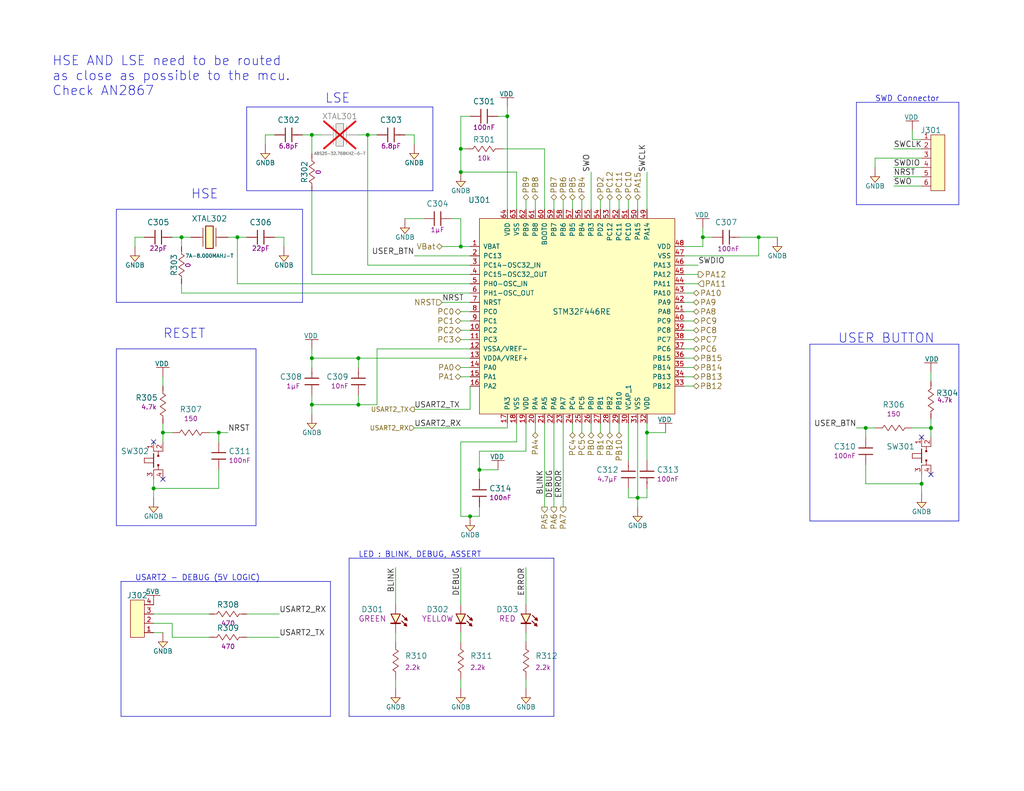
<source format=kicad_sch>
(kicad_sch (version 20231120) (generator "eeschema") (generator_version "8.0")
  (paper "USLetter")
  (title_block (title "MCU") (comment 1 "Gérémy Sauvageau"))
  (junction (at 130.81 128.27))
  (junction (at 236.22 116.84))
  (junction (at 191.77 64.77))
  (junction (at 125.73 40.64))
  (junction (at 138.43 31.75))
  (junction (at 125.73 67.31))
  (junction (at 59.69 118.11))
  (junction (at 41.91 133.35))
  (junction (at 207.01 64.77))
  (junction (at 128.27 140.97))
  (junction (at 97.79 97.79))
  (junction (at 64.77 64.77))
  (junction (at 173.99 135.89))
  (junction (at 49.53 64.77))
  (junction (at 100.33 36.83))
  (junction (at 251.46 132.08))
  (junction (at 85.09 36.83))
  (junction (at 176.53 118.11))
  (junction (at 254 116.84))
  (junction (at 85.09 110.49))
  (junction (at 44.45 118.11))
  (junction (at 125.73 46.99))
  (junction (at 97.79 110.49))
  (junction (at 85.09 97.79))
  (no_connect (at 251.46 119.38))
  (no_connect (at 41.91 120.65))
  (no_connect (at 254 129.54))
  (no_connect (at 44.45 130.81))
  (wire (pts (xy 36.83 67.31) (xy 36.83 64.77)))
  (wire (pts (xy 67.31 167.64) (xy 76.2 167.64)))
  (wire (pts (xy 97.79 110.49) (xy 97.79 107.95)))
  (wire (pts (xy 41.91 133.35) (xy 59.69 133.35)))
  (wire (pts (xy 186.69 102.87) (xy 189.23 102.87)))
  (wire (pts (xy 130.81 123.19) (xy 143.51 123.19)))
  (wire (pts (xy 128.27 85.09) (xy 125.73 85.09)))
  (wire (pts (xy 236.22 127) (xy 236.22 132.08)))
  (wire (pts (xy 251.46 132.08) (xy 251.46 134.62)))
  (wire (pts (xy 186.69 72.39) (xy 190.5 72.39)))
  (wire (pts (xy 49.53 67.31) (xy 49.53 64.77)))
  (wire (pts (xy 110.49 36.83) (xy 113.03 36.83)))
  (wire (pts (xy 85.09 36.83) (xy 87.63 36.83)))
  (wire (pts (xy 158.75 118.11) (xy 158.75 115.57)))
  (wire (pts (xy 97.79 36.83) (xy 100.33 36.83)))
  (wire (pts (xy 233.68 116.84) (xy 236.22 116.84)))
  (wire (pts (xy 201.93 64.77) (xy 207.01 64.77)))
  (wire (pts (xy 85.09 95.25) (xy 85.09 97.79)))
  (wire (pts (xy 176.53 135.89) (xy 173.99 135.89)))
  (wire (pts (xy 148.59 115.57) (xy 148.59 138.43)))
  (wire (pts (xy 143.51 187.96) (xy 143.51 185.42)))
  (wire (pts (xy 130.81 140.97) (xy 130.81 138.43)))
  (wire (pts (xy 251.46 40.64) (xy 243.84 40.64)))
  (wire (pts (xy 171.45 135.89) (xy 171.45 133.35)))
  (polyline (pts (xy 118.11 29.21) (xy 118.11 52.07)))
  (wire (pts (xy 41.91 133.35) (xy 41.91 135.89)))
  (wire (pts (xy 127 40.64) (xy 125.73 40.64)))
  (wire (pts (xy 236.22 132.08) (xy 251.46 132.08)))
  (wire (pts (xy 143.51 123.19) (xy 143.51 115.57)))
  (wire (pts (xy 186.69 80.01) (xy 189.23 80.01)))
  (wire (pts (xy 120.65 67.31) (xy 125.73 67.31)))
  (wire (pts (xy 186.69 100.33) (xy 189.23 100.33)))
  (wire (pts (xy 176.53 133.35) (xy 176.53 135.89)))
  (wire (pts (xy 151.13 54.61) (xy 151.13 57.15)))
  (polyline (pts (xy 220.98 142.24) (xy 261.62 142.24)))
  (wire (pts (xy 146.05 118.11) (xy 146.05 115.57)))
  (wire (pts (xy 49.53 80.01) (xy 128.27 80.01)))
  (wire (pts (xy 128.27 111.76) (xy 128.27 105.41)))
  (wire (pts (xy 46.99 170.18) (xy 41.91 170.18)))
  (wire (pts (xy 46.99 173.99) (xy 46.99 170.18)))
  (wire (pts (xy 186.69 90.17) (xy 189.23 90.17)))
  (wire (pts (xy 236.22 119.38) (xy 236.22 116.84)))
  (wire (pts (xy 186.69 69.85) (xy 207.01 69.85)))
  (polyline (pts (xy 261.62 93.98) (xy 220.98 93.98)))
  (wire (pts (xy 130.81 123.19) (xy 130.81 128.27)))
  (wire (pts (xy 113.03 36.83) (xy 113.03 39.37)))
  (wire (pts (xy 186.69 97.79) (xy 189.23 97.79)))
  (polyline (pts (xy 31.75 143.51) (xy 69.85 143.51)))
  (polyline (pts (xy 151.13 195.58) (xy 151.13 152.4)))
  (wire (pts (xy 153.67 115.57) (xy 153.67 138.43)))
  (wire (pts (xy 153.67 57.15) (xy 153.67 54.61)))
  (polyline (pts (xy 118.11 29.21) (xy 67.31 29.21)))
  (wire (pts (xy 140.97 120.65) (xy 125.73 120.65)))
  (wire (pts (xy 146.05 54.61) (xy 146.05 57.15)))
  (wire (pts (xy 41.91 130.81) (xy 41.91 133.35)))
  (wire (pts (xy 125.73 59.69) (xy 125.73 67.31)))
  (wire (pts (xy 85.09 110.49) (xy 97.79 110.49)))
  (wire (pts (xy 77.47 64.77) (xy 77.47 67.31)))
  (wire (pts (xy 186.69 87.63) (xy 189.23 87.63)))
  (wire (pts (xy 168.91 57.15) (xy 168.91 54.61)))
  (wire (pts (xy 85.09 107.95) (xy 85.09 110.49)))
  (wire (pts (xy 163.83 118.11) (xy 163.83 115.57)))
  (wire (pts (xy 194.31 64.77) (xy 191.77 64.77)))
  (wire (pts (xy 62.23 64.77) (xy 64.77 64.77)))
  (wire (pts (xy 46.99 118.11) (xy 44.45 118.11)))
  (wire (pts (xy 125.73 102.87) (xy 128.27 102.87)))
  (polyline (pts (xy 90.17 195.58) (xy 90.17 158.75)))
  (wire (pts (xy 107.95 154.94) (xy 107.95 165.1)))
  (wire (pts (xy 128.27 82.55) (xy 120.65 82.55)))
  (wire (pts (xy 128.27 92.71) (xy 125.73 92.71)))
  (wire (pts (xy 143.51 172.72) (xy 143.51 175.26)))
  (wire (pts (xy 125.73 40.64) (xy 125.73 46.99)))
  (wire (pts (xy 100.33 36.83) (xy 100.33 72.39)))
  (wire (pts (xy 128.27 95.25) (xy 102.87 95.25)))
  (wire (pts (xy 74.93 64.77) (xy 77.47 64.77)))
  (wire (pts (xy 140.97 57.15) (xy 140.97 46.99)))
  (wire (pts (xy 138.43 116.84) (xy 138.43 115.57)))
  (wire (pts (xy 173.99 115.57) (xy 173.99 135.89)))
  (wire (pts (xy 110.49 59.69) (xy 115.57 59.69)))
  (wire (pts (xy 100.33 72.39) (xy 128.27 72.39)))
  (wire (pts (xy 135.89 128.27) (xy 130.81 128.27)))
  (wire (pts (xy 36.83 64.77) (xy 39.37 64.77)))
  (wire (pts (xy 57.15 118.11) (xy 59.69 118.11)))
  (polyline (pts (xy 69.85 143.51) (xy 69.85 95.25)))
  (wire (pts (xy 186.69 95.25) (xy 189.23 95.25)))
  (wire (pts (xy 97.79 97.79) (xy 128.27 97.79)))
  (wire (pts (xy 166.37 118.11) (xy 166.37 115.57)))
  (wire (pts (xy 102.87 95.25) (xy 102.87 110.49)))
  (wire (pts (xy 207.01 64.77) (xy 212.09 64.77)))
  (wire (pts (xy 85.09 97.79) (xy 97.79 97.79)))
  (wire (pts (xy 72.39 36.83) (xy 72.39 39.37)))
  (wire (pts (xy 107.95 172.72) (xy 107.95 175.26)))
  (wire (pts (xy 251.46 129.54) (xy 251.46 132.08)))
  (wire (pts (xy 186.69 85.09) (xy 189.23 85.09)))
  (wire (pts (xy 59.69 118.11) (xy 62.23 118.11)))
  (wire (pts (xy 125.73 31.75) (xy 128.27 31.75)))
  (wire (pts (xy 128.27 140.97) (xy 130.81 140.97)))
  (wire (pts (xy 44.45 118.11) (xy 44.45 120.65)))
  (wire (pts (xy 130.81 128.27) (xy 130.81 130.81)))
  (wire (pts (xy 59.69 128.27) (xy 59.69 133.35)))
  (wire (pts (xy 138.43 31.75) (xy 138.43 57.15)))
  (wire (pts (xy 151.13 115.57) (xy 151.13 138.43)))
  (wire (pts (xy 125.73 154.94) (xy 125.73 165.1)))
  (wire (pts (xy 59.69 120.65) (xy 59.69 118.11)))
  (wire (pts (xy 74.93 36.83) (xy 72.39 36.83)))
  (wire (pts (xy 125.73 31.75) (xy 125.73 40.64)))
  (polyline (pts (xy 67.31 52.07) (xy 67.31 29.21)))
  (wire (pts (xy 191.77 64.77) (xy 191.77 67.31)))
  (wire (pts (xy 243.84 50.8) (xy 251.46 50.8)))
  (wire (pts (xy 254 101.6) (xy 254 104.14)))
  (wire (pts (xy 173.99 135.89) (xy 173.99 138.43)))
  (wire (pts (xy 44.45 102.87) (xy 44.45 105.41)))
  (wire (pts (xy 143.51 154.94) (xy 143.51 165.1)))
  (wire (pts (xy 254 114.3) (xy 254 116.84)))
  (wire (pts (xy 135.89 31.75) (xy 138.43 31.75)))
  (wire (pts (xy 85.09 110.49) (xy 85.09 113.03)))
  (wire (pts (xy 49.53 64.77) (xy 52.07 64.77)))
  (wire (pts (xy 85.09 41.91) (xy 85.09 36.83)))
  (wire (pts (xy 123.19 59.69) (xy 125.73 59.69)))
  (polyline (pts (xy 31.75 82.55) (xy 82.55 82.55)))
  (wire (pts (xy 140.97 115.57) (xy 140.97 120.65)))
  (wire (pts (xy 156.21 54.61) (xy 156.21 57.15)))
  (wire (pts (xy 76.2 173.99) (xy 67.31 173.99)))
  (polyline (pts (xy 33.02 195.58) (xy 90.17 195.58)))
  (wire (pts (xy 161.29 46.99) (xy 161.29 57.15)))
  (wire (pts (xy 125.73 100.33) (xy 128.27 100.33)))
  (polyline (pts (xy 69.85 95.25) (xy 31.75 95.25)))
  (wire (pts (xy 248.92 38.1) (xy 251.46 38.1)))
  (wire (pts (xy 186.69 105.41) (xy 189.23 105.41)))
  (wire (pts (xy 125.73 87.63) (xy 128.27 87.63)))
  (wire (pts (xy 85.09 74.93) (xy 128.27 74.93)))
  (wire (pts (xy 176.53 46.99) (xy 176.53 57.15)))
  (wire (pts (xy 171.45 135.89) (xy 173.99 135.89)))
  (polyline (pts (xy 31.75 95.25) (xy 31.75 143.51)))
  (wire (pts (xy 113.03 111.76) (xy 128.27 111.76)))
  (wire (pts (xy 125.73 187.96) (xy 125.73 185.42)))
  (polyline (pts (xy 82.55 82.55) (xy 82.55 57.15)))
  (wire (pts (xy 186.69 77.47) (xy 190.5 77.47)))
  (wire (pts (xy 125.73 140.97) (xy 128.27 140.97)))
  (wire (pts (xy 236.22 116.84) (xy 238.76 116.84)))
  (wire (pts (xy 64.77 64.77) (xy 64.77 77.47)))
  (polyline (pts (xy 233.68 55.88) (xy 261.62 55.88)))
  (polyline (pts (xy 261.62 27.94) (xy 233.68 27.94)))
  (wire (pts (xy 248.92 35.56) (xy 248.92 38.1)))
  (polyline (pts (xy 261.62 55.88) (xy 261.62 27.94)))
  (wire (pts (xy 64.77 77.47) (xy 128.27 77.47)))
  (wire (pts (xy 243.84 45.72) (xy 251.46 45.72)))
  (wire (pts (xy 243.84 48.26) (xy 251.46 48.26)))
  (wire (pts (xy 181.61 118.11) (xy 176.53 118.11)))
  (wire (pts (xy 125.73 120.65) (xy 125.73 140.97)))
  (wire (pts (xy 186.69 74.93) (xy 190.5 74.93)))
  (polyline (pts (xy 95.25 195.58) (xy 151.13 195.58)))
  (wire (pts (xy 137.16 40.64) (xy 148.59 40.64)))
  (wire (pts (xy 97.79 110.49) (xy 102.87 110.49)))
  (wire (pts (xy 97.79 100.33) (xy 97.79 97.79)))
  (wire (pts (xy 191.77 62.23) (xy 191.77 64.77)))
  (wire (pts (xy 125.73 67.31) (xy 128.27 67.31)))
  (wire (pts (xy 171.45 54.61) (xy 171.45 57.15)))
  (wire (pts (xy 44.45 115.57) (xy 44.45 118.11)))
  (polyline (pts (xy 82.55 57.15) (xy 31.75 57.15)))
  (wire (pts (xy 207.01 69.85) (xy 207.01 64.77)))
  (wire (pts (xy 158.75 57.15) (xy 158.75 54.61)))
  (wire (pts (xy 143.51 57.15) (xy 143.51 54.61)))
  (wire (pts (xy 168.91 118.11) (xy 168.91 115.57)))
  (wire (pts (xy 238.76 43.18) (xy 251.46 43.18)))
  (wire (pts (xy 49.53 80.01) (xy 49.53 77.47)))
  (polyline (pts (xy 233.68 27.94) (xy 233.68 55.88)))
  (wire (pts (xy 107.95 187.96) (xy 107.95 185.42)))
  (wire (pts (xy 191.77 67.31) (xy 186.69 67.31)))
  (wire (pts (xy 85.09 52.07) (xy 85.09 74.93)))
  (polyline (pts (xy 33.02 158.75) (xy 33.02 195.58)))
  (wire (pts (xy 171.45 125.73) (xy 171.45 115.57)))
  (wire (pts (xy 138.43 116.84) (xy 113.03 116.84)))
  (wire (pts (xy 163.83 57.15) (xy 163.83 54.61)))
  (wire (pts (xy 161.29 118.11) (xy 161.29 115.57)))
  (wire (pts (xy 248.92 116.84) (xy 254 116.84)))
  (wire (pts (xy 57.15 167.64) (xy 41.91 167.64)))
  (wire (pts (xy 113.03 69.85) (xy 128.27 69.85)))
  (wire (pts (xy 64.77 64.77) (xy 67.31 64.77)))
  (wire (pts (xy 82.55 36.83) (xy 85.09 36.83)))
  (wire (pts (xy 173.99 57.15) (xy 173.99 54.61)))
  (wire (pts (xy 176.53 115.57) (xy 176.53 118.11)))
  (wire (pts (xy 138.43 29.21) (xy 138.43 31.75)))
  (wire (pts (xy 100.33 36.83) (xy 102.87 36.83)))
  (wire (pts (xy 46.99 64.77) (xy 49.53 64.77)))
  (wire (pts (xy 125.73 172.72) (xy 125.73 175.26)))
  (wire (pts (xy 156.21 118.11) (xy 156.21 115.57)))
  (wire (pts (xy 176.53 118.11) (xy 176.53 125.73)))
  (wire (pts (xy 186.69 92.71) (xy 189.23 92.71)))
  (wire (pts (xy 46.99 173.99) (xy 57.15 173.99)))
  (wire (pts (xy 166.37 54.61) (xy 166.37 57.15)))
  (polyline (pts (xy 90.17 158.75) (xy 33.02 158.75)))
  (wire (pts (xy 125.73 90.17) (xy 128.27 90.17)))
  (wire (pts (xy 140.97 46.99) (xy 125.73 46.99)))
  (wire (pts (xy 41.91 172.72) (xy 44.45 172.72)))
  (wire (pts (xy 186.69 82.55) (xy 189.23 82.55)))
  (polyline (pts (xy 95.25 152.4) (xy 95.25 195.58)))
  (wire (pts (xy 254 116.84) (xy 254 119.38)))
  (wire (pts (xy 238.76 43.18) (xy 238.76 45.72)))
  (polyline (pts (xy 118.11 52.07) (xy 67.31 52.07)))
  (polyline (pts (xy 31.75 57.15) (xy 31.75 82.55)))
  (polyline (pts (xy 220.98 93.98) (xy 220.98 142.24)))
  (wire (pts (xy 85.09 97.79) (xy 85.09 100.33)))
  (wire (pts (xy 148.59 40.64) (xy 148.59 57.15)))
  (polyline (pts (xy 151.13 152.4) (xy 95.25 152.4)))
  (polyline (pts (xy 261.62 142.24) (xy 261.62 93.98)))
  (text "HSE AND LSE need to be routed\nas close as possible to the mcu.\nCheck AN2867" (at 14.224 26.416 0) (effects (font (size 2.54 2.54)) (justify left bottom)))
  (text "LED : BLINK, DEBUG, ASSERT" (at 97.79 152.4 0) (effects (font (size 1.524 1.524)) (justify left bottom)))
  (text "USER BUTTON" (at 228.6 93.98 0) (effects (font (size 2.54 2.54)) (justify left bottom)))
  (text "LSE" (at 88.646 28.448 0) (effects (font (size 2.54 2.54)) (justify left bottom)))
  (text "SWD Connector" (at 238.76 27.94 0) (effects (font (size 1.524 1.524)) (justify left bottom)))
  (text "RESET" (at 44.45 92.71 0) (effects (font (size 2.54 2.54)) (justify left bottom)))
  (text "USART2 - DEBUG (5V LOGIC)" (at 36.83 158.75 0) (effects (font (size 1.524 1.524)) (justify left bottom)))
  (text "HSE" (at 52.07 54.61 0) (effects (font (size 2.54 2.54)) (justify left bottom)))
  (label "SWO" (at 243.84 50.8 0) (effects (font (size 1.524 1.524))))
  (label "BLINK" (at 107.95 154.94 270) (effects (font (size 1.524 1.524))))
  (label "USER_BTN" (at 233.68 116.84 180) (effects (font (size 1.524 1.524))))
  (label "USER_BTN" (at 113.03 69.85 180) (effects (font (size 1.524 1.524))))
  (label "SWDIO" (at 190.5 72.39 0) (effects (font (size 1.524 1.524))))
  (label "USART2_TX" (at 113.03 111.76 0) (effects (font (size 1.524 1.524))))
  (label "ERROR" (at 153.67 128.27 270) (effects (font (size 1.524 1.524))))
  (label "SWCLK" (at 176.53 46.99 90) (effects (font (size 1.524 1.524))))
  (label "DEBUG" (at 125.73 154.94 270) (effects (font (size 1.524 1.524))))
  (label "SWDIO" (at 243.84 45.72 0) (effects (font (size 1.524 1.524))))
  (label "SWCLK" (at 243.84 40.64 0) (effects (font (size 1.524 1.524))))
  (label "DEBUG" (at 151.13 128.27 270) (effects (font (size 1.524 1.524))))
  (label "USART2_RX" (at 113.03 116.84 0) (effects (font (size 1.524 1.524))))
  (label "NRST" (at 62.23 118.11 0) (effects (font (size 1.524 1.524))))
  (label "USART2_TX" (at 76.2 173.99 0) (effects (font (size 1.524 1.524))))
  (label "BLINK" (at 148.59 128.27 270) (effects (font (size 1.524 1.524))))
  (label "ERROR" (at 143.51 154.94 270) (effects (font (size 1.524 1.524))))
  (label "NRST" (at 243.84 48.26 0) (effects (font (size 1.524 1.524))))
  (label "NRST" (at 120.65 82.55 0) (effects (font (size 1.524 1.524))))
  (label "USART2_RX" (at 76.2 167.64 0) (effects (font (size 1.524 1.524))))
  (label "SWO" (at 161.29 46.99 90) (effects (font (size 1.524 1.524))))
  (hierarchical_label "PB14" (shape bidirectional) (at 189.23 100.33 0) (effects (font (size 1.524 1.524))))
  (hierarchical_label "PB10" (shape bidirectional) (at 168.91 118.11 270) (effects (font (size 1.524 1.524))))
  (hierarchical_label "PA11" (shape input) (at 190.5 77.47 0) (effects (font (size 1.524 1.524))))
  (hierarchical_label "PC7" (shape bidirectional) (at 189.23 92.71 0) (effects (font (size 1.524 1.524))))
  (hierarchical_label "PA12" (shape output) (at 190.5 74.93 0) (effects (font (size 1.524 1.524))))
  (hierarchical_label "PB6" (shape bidirectional) (at 153.67 54.61 90) (effects (font (size 1.524 1.524))))
  (hierarchical_label "PA5" (shape output) (at 148.59 138.43 270) (effects (font (size 1.524 1.524))))
  (hierarchical_label "VBat" (shape bidirectional) (at 120.65 67.31 180) (effects (font (size 1.524 1.524))))
  (hierarchical_label "PC1" (shape bidirectional) (at 125.73 87.63 180) (effects (font (size 1.524 1.524))))
  (hierarchical_label "PC2" (shape bidirectional) (at 125.73 90.17 180) (effects (font (size 1.524 1.524))))
  (hierarchical_label "PC9" (shape bidirectional) (at 189.23 87.63 0) (effects (font (size 1.524 1.524))))
  (hierarchical_label "PB0" (shape bidirectional) (at 161.29 118.11 270) (effects (font (size 1.524 1.524))))
  (hierarchical_label "PC3" (shape bidirectional) (at 125.73 92.71 180) (effects (font (size 1.524 1.524))))
  (hierarchical_label "USART2_TX" (shape output) (at 113.03 111.76 180))
  (hierarchical_label "PA6" (shape output) (at 151.13 138.43 270) (effects (font (size 1.524 1.524))))
  (hierarchical_label "PA1" (shape bidirectional) (at 125.73 102.87 180) (effects (font (size 1.524 1.524))))
  (hierarchical_label "PB15" (shape bidirectional) (at 189.23 97.79 0) (effects (font (size 1.524 1.524))))
  (hierarchical_label "PC8" (shape bidirectional) (at 189.23 90.17 0) (effects (font (size 1.524 1.524))))
  (hierarchical_label "PB9" (shape bidirectional) (at 143.51 54.61 90) (effects (font (size 1.524 1.524))))
  (hierarchical_label "PC6" (shape bidirectional) (at 189.23 95.25 0) (effects (font (size 1.524 1.524))))
  (hierarchical_label "PB12" (shape bidirectional) (at 189.23 105.41 0) (effects (font (size 1.524 1.524))))
  (hierarchical_label "NRST" (shape input) (at 120.65 82.55 180) (effects (font (size 1.524 1.524))))
  (hierarchical_label "PD2" (shape bidirectional) (at 163.83 54.61 90) (effects (font (size 1.524 1.524))))
  (hierarchical_label "PB4" (shape bidirectional) (at 158.75 54.61 90) (effects (font (size 1.524 1.524))))
  (hierarchical_label "USART2_RX" (shape input) (at 113.03 116.84 180))
  (hierarchical_label "PB2" (shape bidirectional) (at 166.37 118.11 270) (effects (font (size 1.524 1.524))))
  (hierarchical_label "PA15" (shape bidirectional) (at 173.99 54.61 90) (effects (font (size 1.524 1.524))))
  (hierarchical_label "PC10" (shape bidirectional) (at 171.45 54.61 90) (effects (font (size 1.524 1.524))))
  (hierarchical_label "PC0" (shape bidirectional) (at 125.73 85.09 180) (effects (font (size 1.524 1.524))))
  (hierarchical_label "PA4" (shape bidirectional) (at 146.05 118.11 270) (effects (font (size 1.524 1.524))))
  (hierarchical_label "PB5" (shape bidirectional) (at 156.21 54.61 90) (effects (font (size 1.524 1.524))))
  (hierarchical_label "PB8" (shape bidirectional) (at 146.05 54.61 90) (effects (font (size 1.524 1.524))))
  (hierarchical_label "PB7" (shape bidirectional) (at 151.13 54.61 90) (effects (font (size 1.524 1.524))))
  (hierarchical_label "PA8" (shape bidirectional) (at 189.23 85.09 0) (effects (font (size 1.524 1.524))))
  (hierarchical_label "PA9" (shape bidirectional) (at 189.23 82.55 0) (effects (font (size 1.524 1.524))))
  (hierarchical_label "PC11" (shape bidirectional) (at 168.91 54.61 90) (effects (font (size 1.524 1.524))))
  (hierarchical_label "PA10" (shape bidirectional) (at 189.23 80.01 0) (effects (font (size 1.524 1.524))))
  (hierarchical_label "PA0" (shape bidirectional) (at 125.73 100.33 180) (effects (font (size 1.524 1.524))))
  (hierarchical_label "PB1" (shape bidirectional) (at 163.83 118.11 270) (effects (font (size 1.524 1.524))))
  (hierarchical_label "PC12" (shape bidirectional) (at 166.37 54.61 90) (effects (font (size 1.524 1.524))))
  (hierarchical_label "PB13" (shape bidirectional) (at 189.23 102.87 0) (effects (font (size 1.524 1.524))))
  (hierarchical_label "PA7" (shape output) (at 153.67 138.43 270) (effects (font (size 1.524 1.524))))
  (hierarchical_label "PC5" (shape bidirectional) (at 158.75 118.11 270) (effects (font (size 1.524 1.524))))
  (hierarchical_label "PC4" (shape bidirectional) (at 156.21 118.11 270) (effects (font (size 1.524 1.524))))
  (symbol (lib_id "Crystals:7A-8.000MAHJ-T") (at 57.15 64.77 0) (unit 1)
    (property "Reference" "XTAL302" (at 57.15 59.69 0) (effects (font (size 1.524 1.524))))
    (property "Value" "7A-8.000MAHJ-T" (at 57.15 69.85 0) (effects (font (size 0.9906 0.9906))))
    (property "Footprint" "Crystals:TXC_7A_Series" (effects (hide yes)))
    (property "Datasheet" "http://www.txccorp.com/download/products/quartz_crystals/2015TXC_7A_28.pdf" (effects (hide yes)))
    (property "Description" "CRYSTAL 8.000MHZ 18PF SMT" (effects (hide yes)))
    (property "Supplier" "Digikey" (effects (hide yes)))
    (property "Supplier Part Number" "887-2634-1-ND" (effects (hide yes)))
    (property "Manufacturer" "TXC CORPORATION" (effects (hide yes)))
    (property "Manufacturer Part Number" "ABLS-8.000MHZ-D-T" (effects (hide yes)))
  )
  (symbol (lib_id "Power_Port:GNDB") (at 72.39 41.91 0) (unit 1)
    (property "Reference" "#PWR0303" (effects (hide yes)))
    (property "Value" "GNDB" (at 72.39 44.45 0))
  )
  (symbol (lib_id "Switches:PTS645SM43SMTR92") (at 41.91 125.73 90) (mirror x) (unit 1)
    (property "Reference" "SW302" (at 36.83 123.19 90) (effects (font (size 1.524 1.524))))
    (property "Value" "PTS645SM43SMTR92" (effects (hide yes)))
    (property "Footprint" "Switches:PTS645_6X6X4_SMD" (effects (hide yes)))
    (property "Datasheet" "http://www.ckswitches.com/media/1471/pts645.pdf" (effects (hide yes)))
    (property "Description" "SWITCH TACTILE SPST-NO 0.05A 12V" (effects (hide yes)))
    (property "Supplier" "Digikey" (effects (hide yes)))
    (property "Supplier Part Number" "CKN9112CT-ND" (effects (hide yes)))
    (property "Manufacturer" "C&K" (effects (hide yes)))
    (property "Manufacturer Part Number" "PTS645SM43SMTR92 LFS" (effects (hide yes)))
  )
  (symbol (lib_id "Resistors:RC0805JR-074K7L") (at 44.45 110.49 90) (unit 1)
    (property "Reference" "R305" (at 40.005 108.585 90) (effects (font (size 1.524 1.524))))
    (property "Value" "RC0805JR-074K7L" (effects (hide yes)))
    (property "Footprint" "Resistors:R0805" (effects (hide yes)))
    (property "Datasheet" "http://www.yageo.com/documents/recent/PYu-RC_Group_51_RoHS_L_7.pdf" (effects (hide yes)))
    (property "Description" "RES SMD 4.7K OHM 5% 1/8W 0805" (effects (hide yes)))
    (property "Supplier" "Digikey" (effects (hide yes)))
    (property "Supplier Part Number" "311-4.7KARCT-ND" (effects (hide yes)))
    (property "Manufacturer" "Yageo" (effects (hide yes)))
    (property "Manufacturer Part Number" "RC0805JR-074K7L" (effects (hide yes)))
    (property "Resistance (Ohms)" "4.7k" (at 40.64 111.125 90))
    (property "Tolerance (%)" "±5%" (effects (hide yes)))
    (property "Puissance (Watts)" "1/8W" (effects (hide yes)))
  )
  (symbol (lib_id "Power_Port:VDD") (at 135.89 128.27 0) (unit 1)
    (property "Reference" "#PWR0317" (effects (hide yes)))
    (property "Value" "VDD" (at 135.636 124.714 0))
  )
  (symbol (lib_id "Resistors:RC0805JR-074K7L") (at 254 109.22 270) (mirror x) (unit 1)
    (property "Reference" "R304" (at 258.445 107.315 90) (effects (font (size 1.524 1.524))))
    (property "Value" "RC0805JR-074K7L" (effects (hide yes)))
    (property "Footprint" "Resistors:R0805" (effects (hide yes)))
    (property "Datasheet" "http://www.yageo.com/documents/recent/PYu-RC_Group_51_RoHS_L_7.pdf" (effects (hide yes)))
    (property "Description" "RES SMD 4.7K OHM 5% 1/8W 0805" (effects (hide yes)))
    (property "Supplier" "Digikey" (effects (hide yes)))
    (property "Supplier Part Number" "311-4.7KARCT-ND" (effects (hide yes)))
    (property "Manufacturer" "Yageo" (effects (hide yes)))
    (property "Manufacturer Part Number" "RC0805JR-074K7L" (effects (hide yes)))
    (property "Resistance (Ohms)" "4.7k" (at 257.81 109.22 90))
    (property "Tolerance (%)" "±5%" (effects (hide yes)))
    (property "Puissance (Watts)" "1/8W" (effects (hide yes)))
  )
  (symbol (lib_id "Power_Port:VDD") (at 181.61 118.11 0) (unit 1)
    (property "Reference" "#PWR0316" (effects (hide yes)))
    (property "Value" "VDD" (at 181.356 114.554 0))
  )
  (symbol (lib_id "Capacitors:885012207098") (at 59.69 125.73 270) (unit 1)
    (property "Reference" "C311" (at 65.405 123.19 90) (effects (font (size 1.524 1.524))))
    (property "Value" "885012207098" (effects (hide yes)))
    (property "Footprint" "Capacitors:C0805" (effects (hide yes)))
    (property "Datasheet" "D" (effects (hide yes)))
    (property "Description" "CAP CER 0.1UF 50V X7R 0805" (effects (hide yes)))
    (property "Supplier" "Digikey" (effects (hide yes)))
    (property "Supplier Part Number" "732-8080-1-ND" (effects (hide yes)))
    (property "Manufacturer" "Wurth Electronics Inc." (effects (hide yes)))
    (property "Manufacturer Part Number" "885012207098" (effects (hide yes)))
    (property "Capacitance (Farad)" "100nF" (at 65.405 125.73 90))
    (property "Tolerance (%)" "±10%" (effects (hide yes)))
    (property "Voltage Rated (Volt)" "50V" (effects (hide yes)))
  )
  (symbol (lib_id "Capacitors:885012207098") (at 133.35 31.75 0) (unit 1)
    (property "Reference" "C301" (at 132.08 27.686 0) (effects (font (size 1.524 1.524))))
    (property "Value" "885012207098" (effects (hide yes)))
    (property "Footprint" "Capacitors:C0805" (effects (hide yes)))
    (property "Datasheet" "D" (effects (hide yes)))
    (property "Description" "CAP CER 0.1UF 50V X7R 0805" (effects (hide yes)))
    (property "Supplier" "Digikey" (effects (hide yes)))
    (property "Supplier Part Number" "732-8080-1-ND" (effects (hide yes)))
    (property "Manufacturer" "Wurth Electronics Inc." (effects (hide yes)))
    (property "Manufacturer Part Number" "885012207098" (effects (hide yes)))
    (property "Capacitance (Farad)" "100nF" (at 132.08 34.798 0))
    (property "Tolerance (%)" "±10%" (effects (hide yes)))
    (property "Voltage Rated (Volt)" "50V" (effects (hide yes)))
  )
  (symbol (lib_id "Resistors:RC0805JR-072K2L") (at 107.95 180.34 90) (unit 1)
    (property "Reference" "R310" (at 110.49 179.07 90) (effects (font (size 1.524 1.524)) (justify right)))
    (property "Value" "RC0805JR-072K2L" (effects (hide yes)))
    (property "Footprint" "Resistors:R0805" (effects (hide yes)))
    (property "Datasheet" "http://www.yageo.com/documents/recent/PYu-RC_Group_51_RoHS_L_7.pdf" (effects (hide yes)))
    (property "Description" "RES SMD 2.2K OHM 5% 1/8W 0805" (effects (hide yes)))
    (property "Supplier" "Digikey" (effects (hide yes)))
    (property "Supplier Part Number" "311-2.2KARCT-ND" (effects (hide yes)))
    (property "Manufacturer" "Yageo" (effects (hide yes)))
    (property "Manufacturer Part Number" "RC0805JR-072K2L" (effects (hide yes)))
    (property "Resistance (Ohms)" "2.2k" (at 110.49 182.2449 90) (effects (justify right)))
    (property "Tolerance (%)" "±5%" (effects (hide yes)))
    (property "Puissance (Watts)" "1/8W" (effects (hide yes)))
  )
  (symbol (lib_id "Diodes:150080YS75000") (at 125.73 170.18 90) (mirror x) (unit 1)
    (property "Reference" "D302" (at 119.38 166.37 90) (effects (font (size 1.524 1.524))))
    (property "Value" "150080YS75000" (effects (hide yes)))
    (property "Footprint" "Diodes:LED_0805_YELLOW" (effects (hide yes)))
    (property "Datasheet" "http://katalog.we-online.de/led/datasheet/150080YS75000.pdf" (effects (hide yes)))
    (property "Description" "LED YELLOW CLEAR 0805 SMD" (effects (hide yes)))
    (property "Supplier" "Digikey" (effects (hide yes)))
    (property "Supplier Part Number" "732-4987-1-ND" (effects (hide yes)))
    (property "Manufacturer" "Wurth Electronics Inc." (effects (hide yes)))
    (property "Manufacturer Part Number" "150080YS75000" (effects (hide yes)))
    (property "Color" "YELLOW" (at 119.38 168.91 90) (effects (font (size 1.524 1.524))))
    (property "Voltage - Forward (Vf) (Typ)" "2V" (effects (hide yes)))
  )
  (symbol (lib_id "Resistors:RC0805JR-07150RL") (at 52.07 118.11 0) (unit 1)
    (property "Reference" "R307" (at 52.07 111.76 0) (effects (font (size 1.524 1.524))))
    (property "Value" "RC0805JR-07150RL" (effects (hide yes)))
    (property "Footprint" "Resistors:R0805" (effects (hide yes)))
    (property "Datasheet" "http://www.yageo.com/documents/recent/PYu-RC_Group_51_RoHS_L_10.pdf" (effects (hide yes)))
    (property "Description" "RES SMD 150 OHM 5% 1/8W 0805" (effects (hide yes)))
    (property "Supplier" "Digikey" (effects (hide yes)))
    (property "Supplier Part Number" "311-150ARCT-ND" (effects (hide yes)))
    (property "Manufacturer" "Yageo" (effects (hide yes)))
    (property "Manufacturer Part Number" "RC0805JR-07150RL" (effects (hide yes)))
    (property "Resistance (Ohms)" "150" (at 52.07 114.3 0))
    (property "Tolerance (%)" "±5%" (effects (hide yes)))
    (property "Puissance (Watts)" "1/8W" (effects (hide yes)))
  )
  (symbol (lib_id "Resistors:RC0805JR-07470RL") (at 62.23 167.64 0) (unit 1)
    (property "Reference" "R308" (at 62.23 165.1 0) (effects (font (size 1.524 1.524))))
    (property "Value" "RC0805JR-07470RL" (effects (hide yes)))
    (property "Footprint" "Resistors:R0805" (effects (hide yes)))
    (property "Datasheet" "http://www.yageo.com/documents/recent/PYu-RC_Group_51_RoHS_L_7.pdf" (effects (hide yes)))
    (property "Description" "RES SMD 470 OHM 5% 1/8W 0805" (effects (hide yes)))
    (property "Supplier" "Digikey" (effects (hide yes)))
    (property "Supplier Part Number" "311-470ARCT-ND" (effects (hide yes)))
    (property "Manufacturer" "Yageo" (effects (hide yes)))
    (property "Manufacturer Part Number" "RC0805JR-07470RL" (effects (hide yes)))
    (property "Resistance (Ohms)" "470" (at 62.23 170.18 0))
    (property "Tolerance (%)" "±5%" (effects (hide yes)))
    (property "Puissance (Watts)" "1/8W" (effects (hide yes)))
  )
  (symbol (lib_id "Capacitors:885012007027") (at 80.01 36.83 0) (unit 1)
    (property "Reference" "C302" (at 78.74 32.766 0) (effects (font (size 1.524 1.524))))
    (property "Value" "885012007027" (effects (hide yes)))
    (property "Footprint" "Capacitors:C0805" (effects (hide yes)))
    (property "Datasheet" "D" (effects (hide yes)))
    (property "Description" "CAP CER 6.8PF 25V C0G/NP0 0805" (effects (hide yes)))
    (property "Supplier" "Digikey" (effects (hide yes)))
    (property "Supplier Part Number" "732-7826-1-ND" (effects (hide yes)))
    (property "Manufacturer" "Wurth Electronics Inc." (effects (hide yes)))
    (property "Manufacturer Part Number" "885012007027" (effects (hide yes)))
    (property "Capacitance (Farad)" "6.8pF" (at 78.74 39.878 0))
    (property "Tolerance (%)" "±0.5pF" (effects (hide yes)))
    (property "Voltage Rated (Volt)" "25V" (effects (hide yes)))
  )
  (symbol (lib_id "Power_Port:5VB") (at 41.91 165.1 0) (unit 1)
    (property "Reference" "#PWR0322" (effects (hide yes)))
    (property "Value" "5VB" (at 41.656 161.544 0))
  )
  (symbol (lib_id "Power_Port:VDD") (at 44.45 102.87 0) (unit 1)
    (property "Reference" "#PWR0314" (effects (hide yes)))
    (property "Value" "VDD" (at 44.196 99.314 0))
  )
  (symbol (lib_id "Power_Port:VDD") (at 248.92 35.56 0) (unit 1)
    (property "Reference" "#PWR0302" (effects (hide yes)))
    (property "Value" "VDD" (at 248.666 32.004 0))
  )
  (symbol (lib_id "Capacitors:885012007053") (at 72.39 64.77 0) (unit 1)
    (property "Reference" "C306" (at 71.12 60.706 0) (effects (font (size 1.524 1.524))))
    (property "Value" "885012007053" (effects (hide yes)))
    (property "Footprint" "Capacitors:C0805" (effects (hide yes)))
    (property "Datasheet" "D" (effects (hide yes)))
    (property "Description" "CAP CER 22PF 50V C0G/NP0 0805" (effects (hide yes)))
    (property "Supplier" "Digikey" (effects (hide yes)))
    (property "Supplier Part Number" "732-7848-1-ND" (effects (hide yes)))
    (property "Manufacturer" "Wurth Electronics Inc." (effects (hide yes)))
    (property "Manufacturer Part Number" "885012007053" (effects (hide yes)))
    (property "Capacitance (Farad)" "22pF" (at 71.12 67.818 0))
    (property "Tolerance (%)" "±5%" (effects (hide yes)))
    (property "Voltage Rated (Volt)" "50V" (effects (hide yes)))
  )
  (symbol (lib_id "Diodes:150080RS75000") (at 143.51 170.18 90) (mirror x) (unit 1)
    (property "Reference" "D303" (at 138.43 166.37 90) (effects (font (size 1.524 1.524))))
    (property "Value" "150080RS75000" (effects (hide yes)))
    (property "Footprint" "Diodes:LED_0805_RED" (effects (hide yes)))
    (property "Datasheet" "http://katalog.we-online.de/led/datasheet/150080RS75000.pdf" (effects (hide yes)))
    (property "Description" "LED RED CLEAR 0805 SMD" (effects (hide yes)))
    (property "Supplier" "Digikey" (effects (hide yes)))
    (property "Supplier Part Number" "732-4984-1-ND" (effects (hide yes)))
    (property "Manufacturer" "Wurth Electronics Inc." (effects (hide yes)))
    (property "Manufacturer Part Number" "150080RS75000" (effects (hide yes)))
    (property "Color" "RED" (at 138.43 168.91 90) (effects (font (size 1.524 1.524))))
    (property "Voltage - Forward (Vf) (Typ)" "2V" (effects (hide yes)))
  )
  (symbol (lib_id "Resistors:RC0805JR-072K2L") (at 125.73 180.34 90) (unit 1)
    (property "Reference" "R311" (at 128.27 179.07 90) (effects (font (size 1.524 1.524)) (justify right)))
    (property "Value" "RC0805JR-072K2L" (effects (hide yes)))
    (property "Footprint" "Resistors:R0805" (effects (hide yes)))
    (property "Datasheet" "http://www.yageo.com/documents/recent/PYu-RC_Group_51_RoHS_L_7.pdf" (effects (hide yes)))
    (property "Description" "RES SMD 2.2K OHM 5% 1/8W 0805" (effects (hide yes)))
    (property "Supplier" "Digikey" (effects (hide yes)))
    (property "Supplier Part Number" "311-2.2KARCT-ND" (effects (hide yes)))
    (property "Manufacturer" "Yageo" (effects (hide yes)))
    (property "Manufacturer Part Number" "RC0805JR-072K2L" (effects (hide yes)))
    (property "Resistance (Ohms)" "2.2k" (at 128.27 182.2449 90) (effects (justify right)))
    (property "Tolerance (%)" "±5%" (effects (hide yes)))
    (property "Puissance (Watts)" "1/8W" (effects (hide yes)))
  )
  (symbol (lib_id "Resistors:RC0805JR-070RL") (at 49.53 72.39 90) (unit 1)
    (property "Reference" "R303" (at 47.498 72.39 0) (effects (font (size 1.524 1.524))))
    (property "Value" "RC0805JR-070RL" (effects (hide yes)))
    (property "Footprint" "Resistors:R0805" (effects (hide yes)))
    (property "Datasheet" "http://www.yageo.com/documents/recent/PYu-RC_Group_51_RoHS_L_7.pdf" (effects (hide yes)))
    (property "Description" "RES SMD 0.0 OHM JUMPER 1/8W 0805" (effects (hide yes)))
    (property "Supplier" "Digikey" (effects (hide yes)))
    (property "Supplier Part Number" "311-0.0ARCT-ND" (effects (hide yes)))
    (property "Manufacturer" "Yageo" (effects (hide yes)))
    (property "Manufacturer Part Number" "RC0805JR-070RL" (effects (hide yes)))
    (property "Resistance (Ohms)" "0" (at 51.308 72.39 0))
    (property "Tolerance (%)" "0" (effects (hide yes)))
    (property "Puissance (Watts)" "1/8W" (effects (hide yes)))
  )
  (symbol (lib_id "Power_Port:GNDB") (at 212.09 67.31 0) (unit 1)
    (property "Reference" "#PWR0309" (effects (hide yes)))
    (property "Value" "GNDB" (at 212.09 69.85 0))
  )
  (symbol (lib_id "Power_Port:GNDB") (at 36.83 69.85 0) (unit 1)
    (property "Reference" "#PWR0310" (effects (hide yes)))
    (property "Value" "GNDB" (at 36.83 72.39 0))
  )
  (symbol (lib_id "Power_Port:GNDB") (at 107.95 190.5 0) (unit 1)
    (property "Reference" "#PWR0324" (effects (hide yes)))
    (property "Value" "GNDB" (at 107.95 193.04 0))
  )
  (symbol (lib_id "Resistors:RC0805JR-070RL") (at 85.09 46.99 90) (unit 1)
    (property "Reference" "R302" (at 83.058 46.99 0) (effects (font (size 1.524 1.524))))
    (property "Value" "RC0805JR-070RL" (effects (hide yes)))
    (property "Footprint" "Resistors:R0805" (effects (hide yes)))
    (property "Datasheet" "http://www.yageo.com/documents/recent/PYu-RC_Group_51_RoHS_L_7.pdf" (effects (hide yes)))
    (property "Description" "RES SMD 0.0 OHM JUMPER 1/8W 0805" (effects (hide yes)))
    (property "Supplier" "Digikey" (effects (hide yes)))
    (property "Supplier Part Number" "311-0.0ARCT-ND" (effects (hide yes)))
    (property "Manufacturer" "Yageo" (effects (hide yes)))
    (property "Manufacturer Part Number" "RC0805JR-070RL" (effects (hide yes)))
    (property "Resistance (Ohms)" "0" (at 86.868 46.99 0))
    (property "Tolerance (%)" "0" (effects (hide yes)))
    (property "Puissance (Watts)" "1/8W" (effects (hide yes)))
  )
  (symbol (lib_id "Capacitors:885012007027") (at 107.95 36.83 0) (unit 1)
    (property "Reference" "C303" (at 106.68 32.766 0) (effects (font (size 1.524 1.524))))
    (property "Value" "885012007027" (effects (hide yes)))
    (property "Footprint" "Capacitors:C0805" (effects (hide yes)))
    (property "Datasheet" "D" (effects (hide yes)))
    (property "Description" "CAP CER 6.8PF 25V C0G/NP0 0805" (effects (hide yes)))
    (property "Supplier" "Digikey" (effects (hide yes)))
    (property "Supplier Part Number" "732-7826-1-ND" (effects (hide yes)))
    (property "Manufacturer" "Wurth Electronics Inc." (effects (hide yes)))
    (property "Manufacturer Part Number" "885012007027" (effects (hide yes)))
    (property "Capacitance (Farad)" "6.8pF" (at 106.68 39.878 0))
    (property "Tolerance (%)" "±0.5pF" (effects (hide yes)))
    (property "Voltage Rated (Volt)" "25V" (effects (hide yes)))
  )
  (symbol (lib_id "Power_Port:VDD") (at 191.77 62.23 0) (unit 1)
    (property "Reference" "#PWR0308" (effects (hide yes)))
    (property "Value" "VDD" (at 191.516 58.674 0))
  )
  (symbol (lib_id "Connectors:XH-4A connector") (at 39.37 172.72 0) (unit 1)
    (property "Reference" "J302" (at 37.465 162.56 0) (effects (font (size 1.524 1.524))))
    (property "Value" "XH-4A connector" (effects (hide yes)))
    (property "Footprint" "Connectors:XH-4A" (effects (hide yes)))
    (property "Datasheet" "D" (effects (hide yes)))
    (property "Description" "Pin Male Single Row Pin Header Strip" (effects (hide yes)))
    (property "Supplier" "Ebay" (effects (hide yes)))
    (property "Manufacturer" "Manufacturer" (effects (hide yes)))
    (property "Manufacturer Part Number" "Manufacturer Part Number" (effects (hide yes)))
  )
  (symbol (lib_id "Power_Port:GNDB") (at 77.47 69.85 0) (unit 1)
    (property "Reference" "#PWR0311" (effects (hide yes)))
    (property "Value" "GNDB" (at 77.47 72.39 0))
  )
  (symbol (lib_id "Power_Port:GNDB") (at 125.73 49.53 0) (unit 1)
    (property "Reference" "#PWR0306" (effects (hide yes)))
    (property "Value" "GNDB" (at 125.73 52.07 0))
  )
  (symbol (lib_id "Resistors:RC0805JR-072K2L") (at 143.51 180.34 90) (unit 1)
    (property "Reference" "R312" (at 146.05 179.07 90) (effects (font (size 1.524 1.524)) (justify right)))
    (property "Value" "RC0805JR-072K2L" (effects (hide yes)))
    (property "Footprint" "Resistors:R0805" (effects (hide yes)))
    (property "Datasheet" "http://www.yageo.com/documents/recent/PYu-RC_Group_51_RoHS_L_7.pdf" (effects (hide yes)))
    (property "Description" "RES SMD 2.2K OHM 5% 1/8W 0805" (effects (hide yes)))
    (property "Supplier" "Digikey" (effects (hide yes)))
    (property "Supplier Part Number" "311-2.2KARCT-ND" (effects (hide yes)))
    (property "Manufacturer" "Yageo" (effects (hide yes)))
    (property "Manufacturer Part Number" "RC0805JR-072K2L" (effects (hide yes)))
    (property "Resistance (Ohms)" "2.2k" (at 146.05 182.2449 90) (effects (justify right)))
    (property "Tolerance (%)" "±5%" (effects (hide yes)))
    (property "Puissance (Watts)" "1/8W" (effects (hide yes)))
  )
  (symbol (lib_id "Resistors:RC0805JR-0710KL") (at 132.08 40.64 0) (unit 1)
    (property "Reference" "R301" (at 132.08 38.1 0) (effects (font (size 1.524 1.524))))
    (property "Value" "RC0805JR-0710KL" (effects (hide yes)))
    (property "Footprint" "Resistors:R0805" (effects (hide yes)))
    (property "Datasheet" "http://www.yageo.com/documents/recent/PYu-RC_Group_51_RoHS_L_7.pdf" (effects (hide yes)))
    (property "Description" "RES SMD 10K OHM 5% 1/8W 0805" (effects (hide yes)))
    (property "Supplier" "Digikey" (effects (hide yes)))
    (property "Supplier Part Number" "311-10KARCT-ND" (effects (hide yes)))
    (property "Manufacturer" "Yageo" (effects (hide yes)))
    (property "Manufacturer Part Number" "RC0805JR-0710KL" (effects (hide yes)))
    (property "Resistance (Ohms)" "10k" (at 132.08 43.18 0))
    (property "Tolerance (%)" "±5%" (effects (hide yes)))
    (property "Puissance (Watts)" "1/8W" (effects (hide yes)))
  )
  (symbol (lib_id "Power_Port:VDD") (at 138.43 29.21 0) (unit 1)
    (property "Reference" "#PWR0301" (effects (hide yes)))
    (property "Value" "VDD" (at 138.176 25.654 0))
  )
  (symbol (lib_id "Diodes:150080VS75000") (at 107.95 170.18 90) (mirror x) (unit 1)
    (property "Reference" "D301" (at 101.6 166.37 90) (effects (font (size 1.524 1.524))))
    (property "Value" "150080VS75000" (effects (hide yes)))
    (property "Footprint" "Diodes:LED_0805_GREEN" (effects (hide yes)))
    (property "Datasheet" "http://katalog.we-online.de/led/datasheet/150080VS75000.pdf" (effects (hide yes)))
    (property "Description" "LED GREEN CLEAR 0805 SMD" (effects (hide yes)))
    (property "Supplier" "Digikey" (effects (hide yes)))
    (property "Supplier Part Number" "732-4986-1-ND" (effects (hide yes)))
    (property "Manufacturer" "Wurth Electronics Inc." (effects (hide yes)))
    (property "Manufacturer Part Number" "150080VS75000" (effects (hide yes)))
    (property "Color" "GREEN" (at 101.6 168.91 90) (effects (font (size 1.524 1.524))))
    (property "Voltage - Forward (Vf) (Typ)" "2V" (effects (hide yes)))
  )
  (symbol (lib_id "Capacitors:885012107018") (at 171.45 128.27 90) (unit 1)
    (property "Reference" "C312" (at 165.735 128.27 90) (effects (font (size 1.524 1.524))))
    (property "Value" "885012107018" (effects (hide yes)))
    (property "Footprint" "Capacitors:C0805" (effects (hide yes)))
    (property "Datasheet" "D" (effects (hide yes)))
    (property "Description" "CAP CER 4.7UF 25V X5R 0805" (effects (hide yes)))
    (property "Supplier" "Digikey" (effects (hide yes)))
    (property "Supplier Part Number" "732-7628-1-ND" (effects (hide yes)))
    (property "Manufacturer" "Wurth Electronics Inc." (effects (hide yes)))
    (property "Manufacturer Part Number" "885012107018" (effects (hide yes)))
    (property "Capacitance (Farad)" "4.7µF" (at 165.735 130.81 90))
    (property "Tolerance (%)" "±20%" (effects (hide yes)))
    (property "Voltage Rated (Volt)" "25V" (effects (hide yes)))
  )
  (symbol (lib_id "Resistors:RC0805JR-07150RL") (at 243.84 116.84 0) (unit 1)
    (property "Reference" "R306" (at 243.84 110.49 0) (effects (font (size 1.524 1.524))))
    (property "Value" "RC0805JR-07150RL" (effects (hide yes)))
    (property "Footprint" "Resistors:R0805" (effects (hide yes)))
    (property "Datasheet" "http://www.yageo.com/documents/recent/PYu-RC_Group_51_RoHS_L_10.pdf" (effects (hide yes)))
    (property "Description" "RES SMD 150 OHM 5% 1/8W 0805" (effects (hide yes)))
    (property "Supplier" "Digikey" (effects (hide yes)))
    (property "Supplier Part Number" "311-150ARCT-ND" (effects (hide yes)))
    (property "Manufacturer" "Yageo" (effects (hide yes)))
    (property "Manufacturer Part Number" "RC0805JR-07150RL" (effects (hide yes)))
    (property "Resistance (Ohms)" "150" (at 243.84 113.03 0))
    (property "Tolerance (%)" "±5%" (effects (hide yes)))
    (property "Puissance (Watts)" "1/8W" (effects (hide yes)))
  )
  (symbol (lib_id "Power_Port:VDD") (at 254 101.6 0) (mirror y) (unit 1)
    (property "Reference" "#PWR0313" (effects (hide yes)))
    (property "Value" "VDD" (at 254.254 98.044 0))
  )
  (symbol (lib_id "Capacitors:885012107015") (at 85.09 102.87 90) (unit 1)
    (property "Reference" "C308" (at 79.375 102.87 90) (effects (font (size 1.524 1.524))))
    (property "Value" "885012107015" (effects (hide yes)))
    (property "Footprint" "Capacitors:C0805" (effects (hide yes)))
    (property "Datasheet" "D" (effects (hide yes)))
    (property "Description" "CAP CER 1UF 25V X5R 0805" (effects (hide yes)))
    (property "Supplier" "Digikey" (effects (hide yes)))
    (property "Supplier Part Number" "732-7625-1-ND" (effects (hide yes)))
    (property "Manufacturer" "Wurth Electronics Inc." (effects (hide yes)))
    (property "Manufacturer Part Number" "885012107015" (effects (hide yes)))
    (property "Capacitance (Farad)" "1µF" (at 80.01 105.41 90))
    (property "Tolerance (%)" "±20%" (effects (hide yes)))
    (property "Voltage Rated (Volt)" "25V" (effects (hide yes)))
  )
  (symbol (lib_id "Power_Port:GNDB") (at 251.46 137.16 0) (mirror y) (unit 1)
    (property "Reference" "#PWR0318" (effects (hide yes)))
    (property "Value" "GNDB" (at 251.46 139.7 0))
  )
  (symbol (lib_id "Crystals:ABS25-32.768KHZ-6-T") (at 92.71 36.83 180) (unit 1) (dnp yes)
    (property "Reference" "XTAL301" (at 92.71 31.75 0) (effects (font (size 1.524 1.524))))
    (property "Value" "ABS25-32.768KHZ-6-T" (at 92.71 41.91 0) (effects (font (size 0.762 0.762))))
    (property "Footprint" "Crystals:ABS25" (effects (hide yes)))
    (property "Datasheet" "http://www.abracon.com/Resonators/abs25.pdf" (effects (hide yes)))
    (property "Description" "CRYSTAL 32.7680KHZ 6PF SMD" (effects (hide yes)))
    (property "Supplier" "Digikey" (effects (hide yes)))
    (property "Supplier Part Number" "535-10240-1-ND" (effects (hide yes)))
    (property "Manufacturer" "Abracon LLC" (effects (hide yes)))
    (property "Manufacturer Part Number" "ABS25-32.768KHZ-6-T" (effects (hide yes)))
  )
  (symbol (lib_id "Capacitors:885012207098") (at 199.39 64.77 0) (unit 1)
    (property "Reference" "C307" (at 198.12 60.706 0) (effects (font (size 1.524 1.524))))
    (property "Value" "885012207098" (effects (hide yes)))
    (property "Footprint" "Capacitors:C0805" (effects (hide yes)))
    (property "Datasheet" "D" (effects (hide yes)))
    (property "Description" "CAP CER 0.1UF 50V X7R 0805" (effects (hide yes)))
    (property "Supplier" "Digikey" (effects (hide yes)))
    (property "Supplier Part Number" "732-8080-1-ND" (effects (hide yes)))
    (property "Manufacturer" "Wurth Electronics Inc." (effects (hide yes)))
    (property "Manufacturer Part Number" "885012207098" (effects (hide yes)))
    (property "Capacitance (Farad)" "100nF" (at 198.755 67.945 0))
    (property "Tolerance (%)" "±10%" (effects (hide yes)))
    (property "Voltage Rated (Volt)" "50V" (effects (hide yes)))
  )
  (symbol (lib_id "Power_Port:GNDB") (at 125.73 190.5 0) (unit 1)
    (property "Reference" "#PWR0325" (effects (hide yes)))
    (property "Value" "GNDB" (at 125.73 193.04 0))
  )
  (symbol (lib_id "STMicroelectronics:STM32F446RE") (at 158.75 85.09 0) (unit 1)
    (property "Reference" "U301" (at 130.81 54.61 0) (effects (font (size 1.524 1.524))))
    (property "Value" "STM32F446RE" (at 158.75 85.09 0) (effects (font (size 1.524 1.524))))
    (property "Footprint" "IC:LQFP-64" (effects (hide yes)))
    (property "Datasheet" "http://www.st.com/content/ccc/resource/technical/document/datasheet/65/cb/75/50/53/d6/48/24/DM00141306.pdf/files/DM00141306.pdf/jcr:content/translations/en.DM00141306.pdf" (effects (hide yes)))
    (property "Description" "IC MCU 32BIT 512KB FLASH 64LQFP" (effects (hide yes)))
    (property "Supplier" "Digikey" (effects (hide yes)))
    (property "Supplier Part Number" "497-15376-ND" (effects (hide yes)))
    (property "Manufacturer" "STMicroelectronics" (effects (hide yes)))
    (property "Manufacturer Part Number" "STM32F446RET6" (effects (hide yes)))
  )
  (symbol (lib_id "Power_Port:GNDB") (at 238.76 48.26 0) (unit 1)
    (property "Reference" "#PWR0305" (effects (hide yes)))
    (property "Value" "GNDB" (at 238.76 50.8 0))
  )
  (symbol (lib_id "Power_Port:GNDB") (at 41.91 138.43 0) (unit 1)
    (property "Reference" "#PWR0319" (effects (hide yes)))
    (property "Value" "GNDB" (at 41.91 140.97 0))
  )
  (symbol (lib_id "Capacitors:885012107015") (at 120.65 59.69 0) (unit 1)
    (property "Reference" "C304" (at 119.38 55.626 0) (effects (font (size 1.524 1.524))))
    (property "Value" "885012107015" (effects (hide yes)))
    (property "Footprint" "Capacitors:C0805" (effects (hide yes)))
    (property "Datasheet" "D" (effects (hide yes)))
    (property "Description" "CAP CER 1UF 25V X5R 0805" (effects (hide yes)))
    (property "Supplier" "Digikey" (effects (hide yes)))
    (property "Supplier Part Number" "732-7625-1-ND" (effects (hide yes)))
    (property "Manufacturer" "Wurth Electronics Inc." (effects (hide yes)))
    (property "Manufacturer Part Number" "885012107015" (effects (hide yes)))
    (property "Capacitance (Farad)" "1µF" (at 119.38 62.738 0))
    (property "Tolerance (%)" "±20%" (effects (hide yes)))
    (property "Voltage Rated (Volt)" "25V" (effects (hide yes)))
  )
  (symbol (lib_id "Capacitors:885012207092") (at 97.79 102.87 90) (unit 1)
    (property "Reference" "C309" (at 92.075 102.87 90) (effects (font (size 1.524 1.524))))
    (property "Value" "885012207092" (effects (hide yes)))
    (property "Footprint" "Capacitors:C0805" (effects (hide yes)))
    (property "Datasheet" "D" (effects (hide yes)))
    (property "Description" "CAP CER 10000PF 50V X7R 0805" (effects (hide yes)))
    (property "Supplier" "Digikey" (effects (hide yes)))
    (property "Supplier Part Number" "732-8074-1-ND" (effects (hide yes)))
    (property "Manufacturer" "Wurth Electronics Inc." (effects (hide yes)))
    (property "Manufacturer Part Number" "885012207092" (effects (hide yes)))
    (property "Capacitance (Farad)" "10nF" (at 92.71 105.41 90))
    (property "Tolerance (%)" "±10%" (effects (hide yes)))
    (property "Voltage Rated (Volt)" "50V" (effects (hide yes)))
  )
  (symbol (lib_id "Power_Port:GNDB") (at 143.51 190.5 0) (unit 1)
    (property "Reference" "#PWR0326" (effects (hide yes)))
    (property "Value" "GNDB" (at 143.51 193.04 0))
  )
  (symbol (lib_id "Connectors:Header_Male_Pin_2.54mm_1X6_,_Unshrouded") (at 254 38.1 180) (unit 1)
    (property "Reference" "J301" (at 254 35.56 0) (effects (font (size 1.524 1.524))))
    (property "Value" "Header_Male_Pin_2.54mm_1X6_,_Unshrouded" (effects (hide yes)))
    (property "Footprint" "Connectors:Headers_2.54mm_1X6" (effects (hide yes)))
    (property "Datasheet" "D" (effects (hide yes)))
    (property "Description" "Pin Male Single Row Pin Header Strip" (effects (hide yes)))
    (property "Supplier" "Ebay" (effects (hide yes)))
    (property "Supplier Part Number" "Pin Male Single Row Pin Header Strip" (effects (hide yes)))
    (property "Manufacturer" "Manufacturer" (effects (hide yes)))
    (property "Manufacturer Part Number" "Manufacturer Part Number" (effects (hide yes)))
  )
  (symbol (lib_id "Resistors:RC0805JR-07470RL") (at 62.23 173.99 0) (unit 1)
    (property "Reference" "R309" (at 62.23 171.45 0) (effects (font (size 1.524 1.524))))
    (property "Value" "RC0805JR-07470RL" (effects (hide yes)))
    (property "Footprint" "Resistors:R0805" (effects (hide yes)))
    (property "Datasheet" "http://www.yageo.com/documents/recent/PYu-RC_Group_51_RoHS_L_7.pdf" (effects (hide yes)))
    (property "Description" "RES SMD 470 OHM 5% 1/8W 0805" (effects (hide yes)))
    (property "Supplier" "Digikey" (effects (hide yes)))
    (property "Supplier Part Number" "311-470ARCT-ND" (effects (hide yes)))
    (property "Manufacturer" "Yageo" (effects (hide yes)))
    (property "Manufacturer Part Number" "RC0805JR-07470RL" (effects (hide yes)))
    (property "Resistance (Ohms)" "470" (at 62.23 176.53 0))
    (property "Tolerance (%)" "±5%" (effects (hide yes)))
    (property "Puissance (Watts)" "1/8W" (effects (hide yes)))
  )
  (symbol (lib_id "Power_Port:VDD") (at 85.09 95.25 0) (unit 1)
    (property "Reference" "#PWR0312" (effects (hide yes)))
    (property "Value" "VDD" (at 84.836 91.694 0))
  )
  (symbol (lib_id "Power_Port:GNDB") (at 113.03 41.91 0) (unit 1)
    (property "Reference" "#PWR0304" (effects (hide yes)))
    (property "Value" "GNDB" (at 113.03 44.45 0))
  )
  (symbol (lib_id "Power_Port:GNDB") (at 173.99 140.97 0) (unit 1)
    (property "Reference" "#PWR0320" (effects (hide yes)))
    (property "Value" "GNDB" (at 173.99 143.51 0))
  )
  (symbol (lib_id "Power_Port:GNDB") (at 110.49 62.23 0) (unit 1)
    (property "Reference" "#PWR0307" (effects (hide yes)))
    (property "Value" "GNDB" (at 110.49 64.77 0))
  )
  (symbol (lib_id "Capacitors:885012207098") (at 176.53 130.81 270) (unit 1)
    (property "Reference" "C313" (at 182.245 128.27 90) (effects (font (size 1.524 1.524))))
    (property "Value" "885012207098" (effects (hide yes)))
    (property "Footprint" "Capacitors:C0805" (effects (hide yes)))
    (property "Datasheet" "D" (effects (hide yes)))
    (property "Description" "CAP CER 0.1UF 50V X7R 0805" (effects (hide yes)))
    (property "Supplier" "Digikey" (effects (hide yes)))
    (property "Supplier Part Number" "732-8080-1-ND" (effects (hide yes)))
    (property "Manufacturer" "Wurth Electronics Inc." (effects (hide yes)))
    (property "Manufacturer Part Number" "885012207098" (effects (hide yes)))
    (property "Capacitance (Farad)" "100nF" (at 182.245 130.81 90))
    (property "Tolerance (%)" "±10%" (effects (hide yes)))
    (property "Voltage Rated (Volt)" "50V" (effects (hide yes)))
  )
  (symbol (lib_id "Capacitors:885012207098") (at 130.81 135.89 270) (unit 1)
    (property "Reference" "C314" (at 136.525 133.35 90) (effects (font (size 1.524 1.524))))
    (property "Value" "885012207098" (effects (hide yes)))
    (property "Footprint" "Capacitors:C0805" (effects (hide yes)))
    (property "Datasheet" "D" (effects (hide yes)))
    (property "Description" "CAP CER 0.1UF 50V X7R 0805" (effects (hide yes)))
    (property "Supplier" "Digikey" (effects (hide yes)))
    (property "Supplier Part Number" "732-8080-1-ND" (effects (hide yes)))
    (property "Manufacturer" "Wurth Electronics Inc." (effects (hide yes)))
    (property "Manufacturer Part Number" "885012207098" (effects (hide yes)))
    (property "Capacitance (Farad)" "100nF" (at 136.525 135.89 90))
    (property "Tolerance (%)" "±10%" (effects (hide yes)))
    (property "Voltage Rated (Volt)" "50V" (effects (hide yes)))
  )
  (symbol (lib_id "Power_Port:GNDB") (at 44.45 175.26 0) (unit 1)
    (property "Reference" "#PWR0323" (effects (hide yes)))
    (property "Value" "GNDB" (at 44.45 177.8 0))
  )
  (symbol (lib_id "Capacitors:885012007053") (at 44.45 64.77 0) (unit 1)
    (property "Reference" "C305" (at 43.18 60.706 0) (effects (font (size 1.524 1.524))))
    (property "Value" "885012007053" (effects (hide yes)))
    (property "Footprint" "Capacitors:C0805" (effects (hide yes)))
    (property "Datasheet" "D" (effects (hide yes)))
    (property "Description" "CAP CER 22PF 50V C0G/NP0 0805" (effects (hide yes)))
    (property "Supplier" "Digikey" (effects (hide yes)))
    (property "Supplier Part Number" "732-7848-1-ND" (effects (hide yes)))
    (property "Manufacturer" "Wurth Electronics Inc." (effects (hide yes)))
    (property "Manufacturer Part Number" "885012007053" (effects (hide yes)))
    (property "Capacitance (Farad)" "22pF" (at 43.18 67.818 0))
    (property "Tolerance (%)" "±5%" (effects (hide yes)))
    (property "Voltage Rated (Volt)" "50V" (effects (hide yes)))
  )
  (symbol (lib_id "Capacitors:885012207098") (at 236.22 124.46 90) (mirror x) (unit 1)
    (property "Reference" "C310" (at 230.505 121.92 90) (effects (font (size 1.524 1.524))))
    (property "Value" "885012207098" (effects (hide yes)))
    (property "Footprint" "Capacitors:C0805" (effects (hide yes)))
    (property "Datasheet" "D" (effects (hide yes)))
    (property "Description" "CAP CER 0.1UF 50V X7R 0805" (effects (hide yes)))
    (property "Supplier" "Digikey" (effects (hide yes)))
    (property "Supplier Part Number" "732-8080-1-ND" (effects (hide yes)))
    (property "Manufacturer" "Wurth Electronics Inc." (effects (hide yes)))
    (property "Manufacturer Part Number" "885012207098" (effects (hide yes)))
    (property "Capacitance (Farad)" "100nF" (at 230.505 124.46 90))
    (property "Tolerance (%)" "±10%" (effects (hide yes)))
    (property "Voltage Rated (Volt)" "50V" (effects (hide yes)))
  )
  (symbol (lib_id "Power_Port:GNDB") (at 128.27 143.51 0) (unit 1)
    (property "Reference" "#PWR0321" (effects (hide yes)))
    (property "Value" "GNDB" (at 128.27 146.05 0))
  )
  (symbol (lib_id "Power_Port:GNDB") (at 85.09 115.57 0) (unit 1)
    (property "Reference" "#PWR0315" (effects (hide yes)))
    (property "Value" "GNDB" (at 85.09 118.11 0))
  )
  (symbol (lib_id "Switches:PTS645SM43SMTR92") (at 251.46 124.46 90) (mirror x) (unit 1)
    (property "Reference" "SW301" (at 245.745 121.92 90) (effects (font (size 1.524 1.524))))
    (property "Value" "PTS645SM43SMTR92" (effects (hide yes)))
    (property "Footprint" "Switches:PTS645_6X6X4_SMD" (effects (hide yes)))
    (property "Datasheet" "http://www.ckswitches.com/media/1471/pts645.pdf" (effects (hide yes)))
    (property "Description" "SWITCH TACTILE SPST-NO 0.05A 12V" (effects (hide yes)))
    (property "Supplier" "Digikey" (effects (hide yes)))
    (property "Supplier Part Number" "CKN9112CT-ND" (effects (hide yes)))
    (property "Manufacturer" "C&K" (effects (hide yes)))
    (property "Manufacturer Part Number" "PTS645SM43SMTR92 LFS" (effects (hide yes)))
  )
)
</source>
